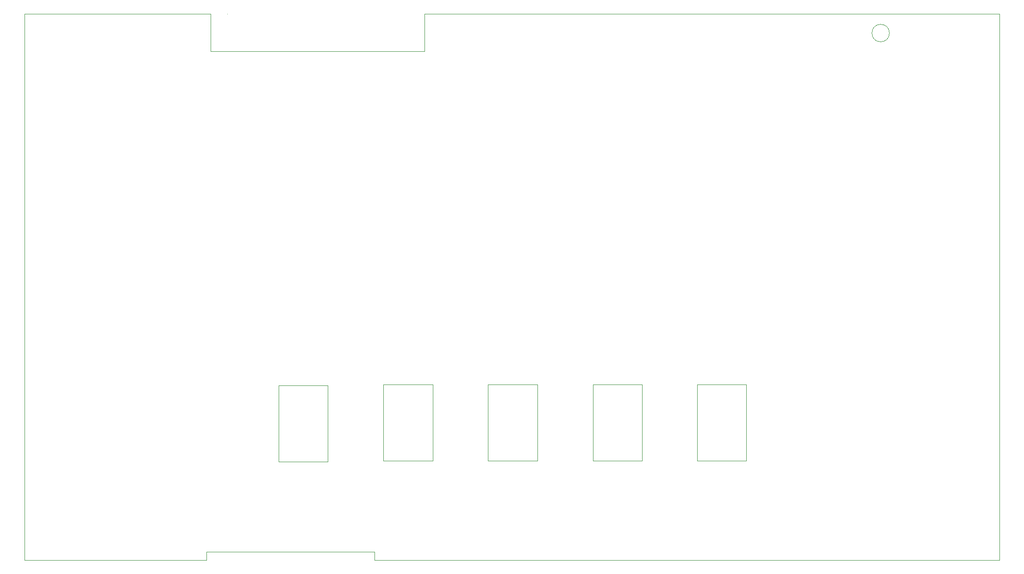
<source format=gm1>
G04 #@! TF.GenerationSoftware,KiCad,Pcbnew,7.0.10*
G04 #@! TF.CreationDate,2024-01-29T17:04:51+01:00*
G04 #@! TF.ProjectId,GP1294-Teens4,47503132-3934-42d5-9465-656e73342e6b,1.0.0*
G04 #@! TF.SameCoordinates,Original*
G04 #@! TF.FileFunction,Profile,NP*
%FSLAX46Y46*%
G04 Gerber Fmt 4.6, Leading zero omitted, Abs format (unit mm)*
G04 Created by KiCad (PCBNEW 7.0.10) date 2024-01-29 17:04:51*
%MOMM*%
%LPD*%
G01*
G04 APERTURE LIST*
G04 #@! TA.AperFunction,Profile*
%ADD10C,0.100000*%
G04 #@! TD*
G04 #@! TA.AperFunction,Profile*
%ADD11C,0.050000*%
G04 #@! TD*
G04 APERTURE END LIST*
D10*
X133858000Y-56896000D02*
X133858000Y-50038000D01*
X133858000Y-50038000D02*
X239014000Y-50038000D01*
X94742000Y-56896000D02*
X133858000Y-56896000D01*
X97790000Y-50038000D02*
X97790000Y-50038000D01*
X94742000Y-50038000D02*
X94742000Y-56896000D01*
X218860662Y-53571199D02*
G75*
G03*
X215660662Y-53571199I-1600000J0D01*
G01*
X215660662Y-53571199D02*
G75*
G03*
X218860662Y-53571199I1600000J0D01*
G01*
X239014000Y-50038000D02*
X239014000Y-50546000D01*
X60706000Y-50038000D02*
X94742000Y-50038000D01*
X60706000Y-150114000D02*
X60706000Y-50038000D01*
X124714000Y-150114000D02*
X124714000Y-148590000D01*
X124714000Y-150114000D02*
X239014000Y-150114000D01*
X124714000Y-148590000D02*
X93980000Y-148590000D01*
X93980000Y-150114000D02*
X60706000Y-150114000D01*
X239014000Y-50546000D02*
X239014000Y-150114000D01*
X93980000Y-148590000D02*
X93980000Y-150114000D01*
D11*
X135338000Y-117968000D02*
X126338000Y-117968000D01*
X126338000Y-117968000D02*
X126338000Y-131968000D01*
X126338000Y-131968000D02*
X135338000Y-131968000D01*
X135338000Y-131968000D02*
X135338000Y-117968000D01*
X173664000Y-117968000D02*
X164664000Y-117968000D01*
X164664000Y-117968000D02*
X164664000Y-131968000D01*
X164664000Y-131968000D02*
X173664000Y-131968000D01*
X173664000Y-131968000D02*
X173664000Y-117968000D01*
X192714000Y-117968000D02*
X183714000Y-117968000D01*
X183714000Y-117968000D02*
X183714000Y-131968000D01*
X183714000Y-131968000D02*
X192714000Y-131968000D01*
X192714000Y-131968000D02*
X192714000Y-117968000D01*
X116156000Y-118096000D02*
X107156000Y-118096000D01*
X107156000Y-118096000D02*
X107156000Y-132096000D01*
X107156000Y-132096000D02*
X116156000Y-132096000D01*
X116156000Y-132096000D02*
X116156000Y-118096000D01*
X154473020Y-117958285D02*
X145473020Y-117958285D01*
X145473020Y-117958285D02*
X145473020Y-131958285D01*
X145473020Y-131958285D02*
X154473020Y-131958285D01*
X154473020Y-131958285D02*
X154473020Y-117958285D01*
M02*

</source>
